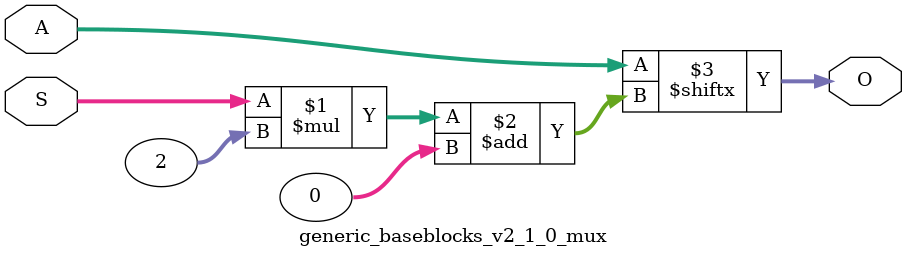
<source format=v>
`timescale 1ps/1ps


(* DowngradeIPIdentifiedWarnings="yes" *) 
module generic_baseblocks_v2_1_0_mux #
  (
   parameter         C_FAMILY                         = "rtl",
                       // FPGA Family. Current version: virtex6 or spartan6.
   parameter integer C_SEL_WIDTH                      = 4,
                       // Data width for comparator.
   parameter integer C_DATA_WIDTH                     = 2
                       // Data width for comparator.
   )
  (
   input  wire [C_SEL_WIDTH-1:0]                    S,
   input  wire [(2**C_SEL_WIDTH)*C_DATA_WIDTH-1:0]  A,
   output wire [C_DATA_WIDTH-1:0]                   O
   );
  
  
  /////////////////////////////////////////////////////////////////////////////
  // Variables for generating parameter controlled instances.
  /////////////////////////////////////////////////////////////////////////////
  
  // Generate variable for bit vector.
  genvar bit_cnt;
  
  
  /////////////////////////////////////////////////////////////////////////////
  // Local params
  /////////////////////////////////////////////////////////////////////////////
  
  
  /////////////////////////////////////////////////////////////////////////////
  // Functions
  /////////////////////////////////////////////////////////////////////////////
  
  
  /////////////////////////////////////////////////////////////////////////////
  // Internal signals
  /////////////////////////////////////////////////////////////////////////////
  
  
  /////////////////////////////////////////////////////////////////////////////
  // Instantiate or use RTL code
  /////////////////////////////////////////////////////////////////////////////
  
  generate
    if ( C_FAMILY == "rtl" || C_SEL_WIDTH < 3 ) begin : USE_RTL
      assign O = A[(S)*C_DATA_WIDTH +: C_DATA_WIDTH];
      
    end else begin : USE_FPGA
      
      wire [C_DATA_WIDTH-1:0] C;
      wire [C_DATA_WIDTH-1:0] D;
      
      // Lower half recursively.
      generic_baseblocks_v2_1_0_mux # 
      (
       .C_FAMILY      (C_FAMILY),
       .C_SEL_WIDTH   (C_SEL_WIDTH-1),
       .C_DATA_WIDTH  (C_DATA_WIDTH)
      ) mux_c_inst 
      (
       .S   (S[C_SEL_WIDTH-2:0]),
       .A   (A[(2**(C_SEL_WIDTH-1))*C_DATA_WIDTH-1 : 0]),
       .O   (C)
      ); 
      
      // Upper half recursively.
      generic_baseblocks_v2_1_0_mux # 
      (
       .C_FAMILY      (C_FAMILY),
       .C_SEL_WIDTH   (C_SEL_WIDTH-1),
       .C_DATA_WIDTH  (C_DATA_WIDTH)
      ) mux_d_inst 
      (
       .S   (S[C_SEL_WIDTH-2:0]),
       .A   (A[(2**C_SEL_WIDTH)*C_DATA_WIDTH-1 : (2**(C_SEL_WIDTH-1))*C_DATA_WIDTH]),
       .O   (D)
      ); 
      
      // Generate instantiated generic_baseblocks_v2_1_0_mux components as required.
      for (bit_cnt = 0; bit_cnt < C_DATA_WIDTH ; bit_cnt = bit_cnt + 1) begin : NUM
        if ( C_SEL_WIDTH == 4 ) begin : USE_F8
        
          MUXF8 muxf8_inst 
          (
           .I0  (C[bit_cnt]),
           .I1  (D[bit_cnt]),
           .S   (S[C_SEL_WIDTH-1]),
           .O   (O[bit_cnt])
          ); 
          
        end else if ( C_SEL_WIDTH == 3 ) begin : USE_F7
      
          MUXF7 muxf7_inst 
          (
           .I0  (C[bit_cnt]),
           .I1  (D[bit_cnt]),
           .S   (S[C_SEL_WIDTH-1]),
           .O   (O[bit_cnt])
          ); 
          
        end // C_SEL_WIDTH
      end // end for bit_cnt
    
    end
  endgenerate
  
  
endmodule

</source>
